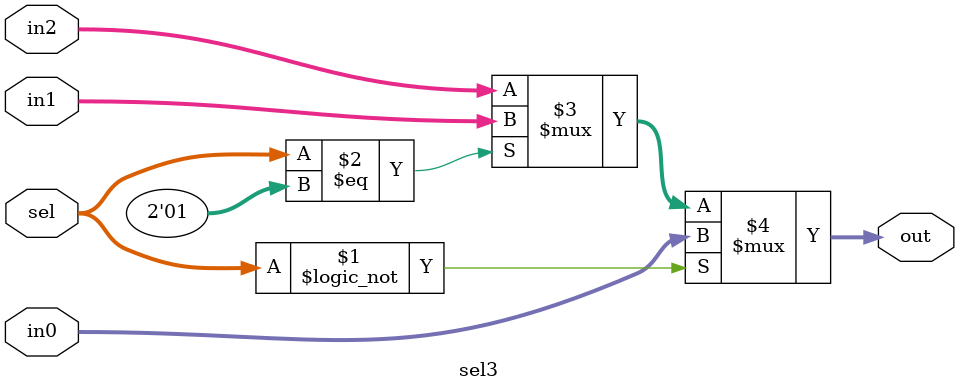
<source format=v>
module sel3 #(
    parameter MSB = 15
)(
    input wire [MSB:0] in0,
    input wire [MSB:0] in1,
    input wire [MSB:0] in2,
    output wire [MSB:0] out,
    input wire [1:0] sel
);
    assign out = (sel == 2'b00)? in0:
                 (sel == 2'b01)? in1: in2;

endmodule




</source>
